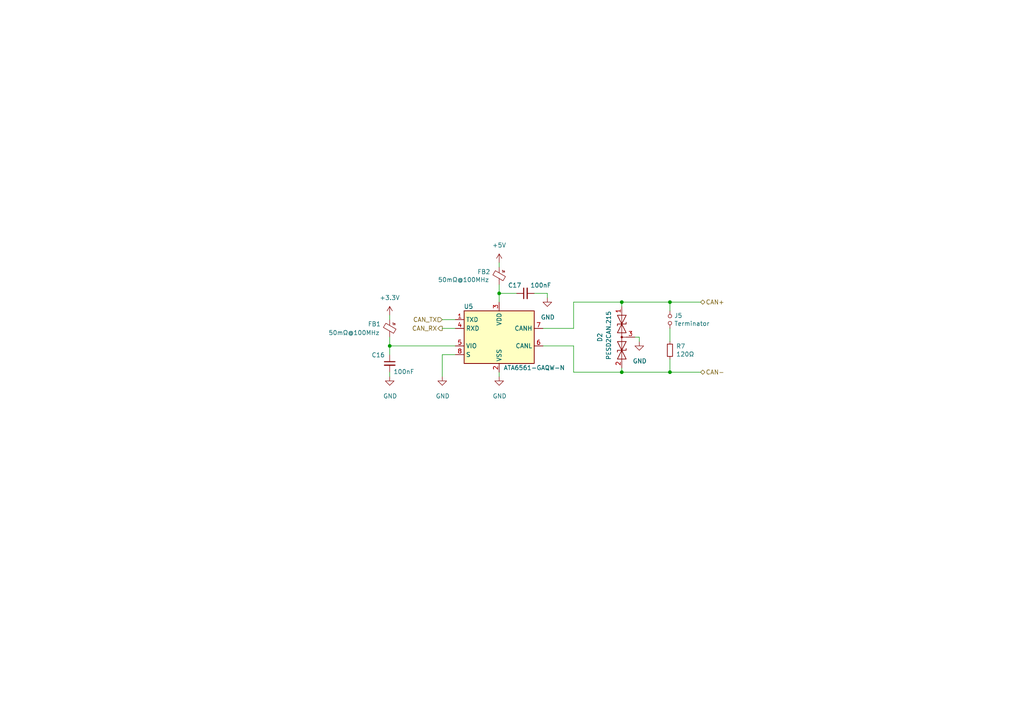
<source format=kicad_sch>
(kicad_sch (version 20211123) (generator eeschema)
  (paper "A4")
  (title_block (title "CAN Transceiver") (date "2022-12-18") (rev "${REVISION}") (company "Author: I. Kajdan"))
  (lib_symbols
    (symbol "Device:C_Small" (pin_numbers hide) (pin_names (offset 0.254) hide)
      (property "Reference" "C" (at 0.254 1.778 0))
      (property "Value" "C_Small" (at 0.254 -2.032 0))
      (symbol "C_Small_0_1"
        (polyline (pts (xy -1.524 -0.508) (xy 1.524 -0.508)) (stroke (width 0.3302)))
        (polyline (pts (xy -1.524 0.508) (xy 1.524 0.508)) (stroke (width 0.3048)))
      )
      (symbol "C_Small_1_1"
        (pin passive line (at 0 2.54 270) (length 2.032) (name "~") (number "1"))
        (pin passive line (at 0 -2.54 90) (length 2.032) (name "~") (number "2"))
      )
    )
    (symbol "Device:R_Small" (pin_numbers hide) (pin_names (offset 0.254) hide)
      (property "Reference" "R" (at 0.762 0.508 0))
      (property "Value" "R_Small" (at 0.762 -1.016 0))
      (symbol "R_Small_0_1"
        (rectangle (start -0.762 1.778) (end 0.762 -1.778) (stroke (width 0.2032)))
      )
      (symbol "R_Small_1_1"
        (pin passive line (at 0 2.54 270) (length 0.762) (name "~") (number "1"))
        (pin passive line (at 0 -2.54 90) (length 0.762) (name "~") (number "2"))
      )
    )
    (symbol "Interface_CAN_LIN:MCP2558FD-xSN"
      (property "Reference" "U" (at -10.16 10.16 0))
      (property "Value" "MCP2558FD-xSN" (at 2.54 10.16 0))
      (symbol "MCP2558FD-xSN_0_1"
        (rectangle (start -10.16 7.62) (end 10.16 -7.62) (stroke (width 0.254)) (fill (type background)))
      )
      (symbol "MCP2558FD-xSN_1_1"
        (pin input line (at -12.7 5.08 0) (length 2.54) (name "TXD") (number "1"))
        (pin power_in line (at 0 -10.16 90) (length 2.54) (name "VSS") (number "2"))
        (pin power_in line (at 0 10.16 270) (length 2.54) (name "VDD") (number "3"))
        (pin output line (at -12.7 2.54 0) (length 2.54) (name "RXD") (number "4"))
        (pin power_in line (at -12.7 -2.54 0) (length 2.54) (name "VIO") (number "5"))
        (pin bidirectional line (at 12.7 -2.54 180) (length 2.54) (name "CANL") (number "6"))
        (pin bidirectional line (at 12.7 2.54 180) (length 2.54) (name "CANH") (number "7"))
        (pin input line (at -12.7 -5.08 0) (length 2.54) (name "S") (number "8"))
      )
    )
    (symbol "Local_Library:D_TVS_x2_AAC-Device" (pin_names (offset 1.016) hide)
      (property "Reference" "D" (at 0 4.445 0))
      (property "Value" "D_TVS_x2_AAC-Device" (at 0 2.54 0))
      (symbol "D_TVS_x2_AAC-Device_0_0"
        (polyline (pts (xy 0 -1.27) (xy 0 0)))
      )
      (symbol "D_TVS_x2_AAC-Device_0_1"
        (polyline (pts (xy -6.35 0) (xy 6.35 0)))
        (polyline (pts (xy -3.302 1.27) (xy -3.81 1.27) (xy -3.81 -1.27) (xy -4.318 -1.27)) (stroke (width 0.2032)))
        (polyline (pts (xy 4.318 1.27) (xy 3.81 1.27) (xy 3.81 -1.27) (xy 3.302 -1.27)) (stroke (width 0.2032)))
        (polyline (pts (xy -6.35 -1.27) (xy -1.27 1.27) (xy -1.27 -1.27) (xy -6.35 1.27) (xy -6.35 -1.27)) (stroke (width 0.2032)))
        (polyline (pts (xy 1.27 -1.27) (xy 1.27 1.27) (xy 6.35 -1.27) (xy 6.35 1.27) (xy 1.27 -1.27)) (stroke (width 0.2032)))
        (circle (center 0 0) (radius 0.254) (fill (type outline)))
      )
      (symbol "D_TVS_x2_AAC-Device_1_1"
        (pin passive line (at -8.89 0 0) (length 2.54) (name "A1") (number "1"))
        (pin passive line (at 8.89 0 180) (length 2.54) (name "A2") (number "2"))
        (pin input line (at 0 -3.81 90) (length 2.54) (name "common") (number "3"))
      )
    )
    (symbol "Local_Library:Ferrite_Bead_Small_PWR-PUTM_KICAD_SYMBOLS" (pin_numbers hide) (pin_names (offset 0))
      (property "Reference" "FB" (at 1.905 1.27 0))
      (property "Value" "Ferrite_Bead_Small_PWR-PUTM_KICAD_SYMBOLS" (at 1.905 -1.27 0))
      (symbol "Ferrite_Bead_Small_PWR-PUTM_KICAD_SYMBOLS_0_0"
        (text "in" (at 1.27 1.27 0) (effects (font (size 0.635 0.635))))
      )
      (symbol "Ferrite_Bead_Small_PWR-PUTM_KICAD_SYMBOLS_0_1"
        (polyline (pts (xy 0 -1.27) (xy 0 -0.7874)))
        (polyline (pts (xy 0 0.889) (xy 0 1.2954)))
        (polyline (pts (xy -1.8288 0.2794) (xy -1.1176 1.4986) (xy 1.8288 -0.2032) (xy 1.1176 -1.4224) (xy -1.8288 0.2794)))
      )
      (symbol "Ferrite_Bead_Small_PWR-PUTM_KICAD_SYMBOLS_1_1"
        (pin power_in line (at 0 2.54 270) (length 1.27) (name "~") (number "1"))
        (pin power_out line (at 0 -2.54 90) (length 1.27) (name "~") (number "2"))
      )
    )
    (symbol "Local_Library:Jumper_NO_Small-Device" (pin_numbers hide) (pin_names (offset 0.762) hide)
      (property "Reference" "JP" (at 0 2.032 0))
      (property "Value" "Jumper_NO_Small-Device" (at 0.254 -1.524 0))
      (symbol "Jumper_NO_Small-Device_0_1"
        (circle (center -1.016 0) (radius 0.508))
        (circle (center 1.016 0) (radius 0.508))
        (pin passive line (at -2.54 0 0) (length 1.016) (name "1") (number "1"))
        (pin passive line (at 2.54 0 180) (length 1.016) (name "2") (number "2"))
      )
    )
    (symbol "power:+3.3V" (power) (pin_names (offset 0))
      (property "Value" "+3.3V" (at 0 3.556 0))
      (symbol "+3.3V_0_1"
        (polyline (pts (xy -0.762 1.27) (xy 0 2.54)))
        (polyline (pts (xy 0 0) (xy 0 2.54)))
        (polyline (pts (xy 0 2.54) (xy 0.762 1.27)))
      )
      (symbol "+3.3V_1_1"
        (pin power_in line (at 0 0 90) (length 0) hide (name "+3.3V") (number "1"))
      )
    )
    (symbol "power:+5V" (power) (pin_names (offset 0))
      (property "Value" "+5V" (at 0 3.556 0))
      (symbol "+5V_0_1"
        (polyline (pts (xy -0.762 1.27) (xy 0 2.54)))
        (polyline (pts (xy 0 0) (xy 0 2.54)))
        (polyline (pts (xy 0 2.54) (xy 0.762 1.27)))
      )
      (symbol "+5V_1_1"
        (pin power_in line (at 0 0 90) (length 0) hide (name "+5V") (number "1"))
      )
    )
    (symbol "power:GND" (power) (pin_names (offset 0))
      (property "Value" "GND" (at 0 -3.81 0))
      (symbol "GND_0_1"
        (polyline (pts (xy 0 0) (xy 0 -1.27) (xy 1.27 -1.27) (xy 0 -2.54) (xy -1.27 -1.27) (xy 0 -1.27)))
      )
      (symbol "GND_1_1"
        (pin power_in line (at 0 0 270) (length 0) hide (name "GND") (number "1"))
      )
    )
  )
  (junction (at 180.34 107.95))
  (junction (at 144.78 85.09))
  (junction (at 194.31 107.95))
  (junction (at 194.31 87.63))
  (junction (at 180.34 87.63))
  (junction (at 113.03 100.33))
  (wire (pts (xy 166.37 87.63) (xy 180.34 87.63)))
  (wire (pts (xy 144.78 107.95) (xy 144.78 109.22)))
  (wire (pts (xy 144.78 76.2) (xy 144.78 77.47)))
  (wire (pts (xy 194.31 104.14) (xy 194.31 107.95)))
  (wire (pts (xy 158.75 86.36) (xy 158.75 85.09)))
  (wire (pts (xy 194.31 95.25) (xy 194.31 99.06)))
  (wire (pts (xy 113.03 100.33) (xy 113.03 97.79)))
  (wire (pts (xy 180.34 107.95) (xy 194.31 107.95)))
  (wire (pts (xy 154.94 85.09) (xy 158.75 85.09)))
  (wire (pts (xy 113.03 100.33) (xy 113.03 102.87)))
  (wire (pts (xy 194.31 87.63) (xy 203.2 87.63)))
  (wire (pts (xy 113.03 100.33) (xy 132.08 100.33)))
  (wire (pts (xy 144.78 82.55) (xy 144.78 85.09)))
  (wire (pts (xy 144.78 85.09) (xy 149.86 85.09)))
  (wire (pts (xy 185.42 99.06) (xy 185.42 97.79)))
  (wire (pts (xy 194.31 107.95) (xy 203.2 107.95)))
  (wire (pts (xy 113.03 91.44) (xy 113.03 92.71)))
  (wire (pts (xy 144.78 85.09) (xy 144.78 87.63)))
  (wire (pts (xy 132.08 92.71) (xy 128.27 92.71)))
  (wire (pts (xy 113.03 109.22) (xy 113.03 107.95)))
  (wire (pts (xy 180.34 106.68) (xy 180.34 107.95)))
  (wire (pts (xy 128.27 109.22) (xy 128.27 102.87)))
  (wire (pts (xy 166.37 100.33) (xy 166.37 107.95)))
  (wire (pts (xy 166.37 107.95) (xy 180.34 107.95)))
  (wire (pts (xy 166.37 95.25) (xy 166.37 87.63)))
  (wire (pts (xy 194.31 87.63) (xy 194.31 90.17)))
  (wire (pts (xy 157.48 100.33) (xy 166.37 100.33)))
  (wire (pts (xy 132.08 95.25) (xy 128.27 95.25)))
  (wire (pts (xy 180.34 87.63) (xy 180.34 88.9)))
  (wire (pts (xy 157.48 95.25) (xy 166.37 95.25)))
  (wire (pts (xy 184.15 97.79) (xy 185.42 97.79)))
  (wire (pts (xy 180.34 87.63) (xy 194.31 87.63)))
  (wire (pts (xy 128.27 102.87) (xy 132.08 102.87)))
  (hierarchical_label "CAN+" (shape bidirectional) (at 203.2 87.63 0))
  (hierarchical_label "CAN_RX" (shape output) (at 128.27 95.25 180))
  (hierarchical_label "CAN-" (shape bidirectional) (at 203.2 107.95 0))
  (hierarchical_label "CAN_TX" (shape input) (at 128.27 92.71 180))
  (symbol (lib_id "Local_Library:Ferrite_Bead_Small_PWR-PUTM_KICAD_SYMBOLS") (at 113.03 95.25 0) (unit 1)
    (property "Reference" "FB1" (at 106.68 93.98 0) (effects (justify left)))
    (property "Value" "50mΩ@100MHz" (at 95.25 96.52 0) (effects (justify left)))
    (property "Footprint" "Inductor_SMD:L_1206_3216Metric" (effects hide))
  )
  (symbol (lib_id "power:GND") (at 128.27 109.22 0) (unit 1)
    (property "Reference" "#U02" (effects hide))
    (property "Value" "GND" (at 128.397 114.8842 0))
  )
  (symbol (lib_id "power:GND") (at 185.42 99.06 0) (unit 1)
    (property "Reference" "#U05" (effects hide))
    (property "Value" "GND" (at 185.547 104.7242 0))
  )
  (symbol (lib_id "Local_Library:D_TVS_x2_AAC-Device") (at 180.34 97.79 90) (mirror x) (unit 1)
    (property "Reference" "D2" (at 173.99 96.52 0) (effects (justify left)))
    (property "Value" "PESD2CAN.215" (at 176.53 90.17 0) (effects (justify left)))
    (property "Footprint" "Package_TO_SOT_SMD:SOT-23" (effects hide))
    (property "Datasheet" "https://pl.mouser.com/datasheet/2/916/PESD2CAN-1320343.pdf" (effects hide))
  )
  (symbol (lib_id "power:GND") (at 144.78 109.22 0) (unit 1)
    (property "Reference" "#U03" (effects hide))
    (property "Value" "GND" (at 144.907 114.8842 0))
  )
  (symbol (lib_id "Device:C_Small") (at 113.03 105.41 0) (unit 1)
    (property "Reference" "C16" (at 107.7468 102.9716 0) (effects (justify left)))
    (property "Value" "100nF" (at 114.0968 107.823 0) (effects (justify left)))
    (property "Footprint" "Capacitor_SMD:C_0603_1608Metric" (effects hide))
  )
  (symbol (lib_id "Local_Library:Jumper_NO_Small-Device") (at 194.31 92.71 270) (unit 1)
    (property "Reference" "J5" (at 195.5292 91.5416 90) (effects (justify left)))
    (property "Value" "Terminator" (at 195.5292 93.853 90) (effects (justify left)))
    (property "Footprint" "Connector_PinHeader_2.54mm:PinHeader_1x02_P2.54mm_Vertical" (effects hide))
  )
  (symbol (lib_id "Device:C_Small") (at 152.4 85.09 90) (unit 1)
    (property "Reference" "C17" (at 151.2316 82.7532 90) (effects (justify left)))
    (property "Value" "100nF" (at 159.893 82.7532 90) (effects (justify left)))
    (property "Footprint" "Capacitor_SMD:C_0603_1608Metric" (effects hide))
  )
  (symbol (lib_id "power:GND") (at 113.03 109.22 0) (unit 1)
    (property "Reference" "#U01" (effects hide))
    (property "Value" "GND" (at 113.157 114.8842 0))
  )
  (symbol (lib_id "power:+5V") (at 144.78 76.2 0) (unit 1)
    (property "Reference" "#PWR024" (effects hide))
    (property "Value" "+5V" (at 144.78 71.12 0))
  )
  (symbol (lib_id "power:GND") (at 158.75 86.36 0) (unit 1)
    (property "Reference" "#U04" (effects hide))
    (property "Value" "GND" (at 158.877 92.0242 0))
  )
  (symbol (lib_id "power:+3.3V") (at 113.03 91.44 0) (unit 1)
    (property "Reference" "#PWR023" (effects hide))
    (property "Value" "+3.3V" (at 113.03 86.36 0))
  )
  (symbol (lib_id "Device:R_Small") (at 194.31 101.6 0) (unit 1)
    (property "Reference" "R7" (at 196.088 100.4316 0) (effects (justify left)))
    (property "Value" "120Ω" (at 196.088 102.743 0) (effects (justify left)))
    (property "Footprint" "Resistor_SMD:R_0603_1608Metric" (effects hide))
  )
  (symbol (lib_id "Interface_CAN_LIN:MCP2558FD-xSN") (at 144.78 97.79 0) (unit 1)
    (property "Reference" "U5" (at 135.89 88.9 0))
    (property "Value" "ATA6561-GAQW-N" (at 154.94 106.68 0))
    (property "Footprint" "Package_SO:SOIC-8_3.9x4.9mm_P1.27mm" (effects hide))
    (property "Datasheet" "https://pl.mouser.com/datasheet/2/268/ATA6560_ATA6561_High_Speed_CAN_Transceiver_DS20005-1384933.pdf" (effects hide))
  )
  (symbol (lib_id "Local_Library:Ferrite_Bead_Small_PWR-PUTM_KICAD_SYMBOLS") (at 144.78 80.01 0) (unit 1)
    (property "Reference" "FB2" (at 138.43 78.8416 0) (effects (justify left)))
    (property "Value" "50mΩ@100MHz" (at 127 81.153 0) (effects (justify left)))
    (property "Footprint" "Inductor_SMD:L_1206_3216Metric" (effects hide))
  )
)
</source>
